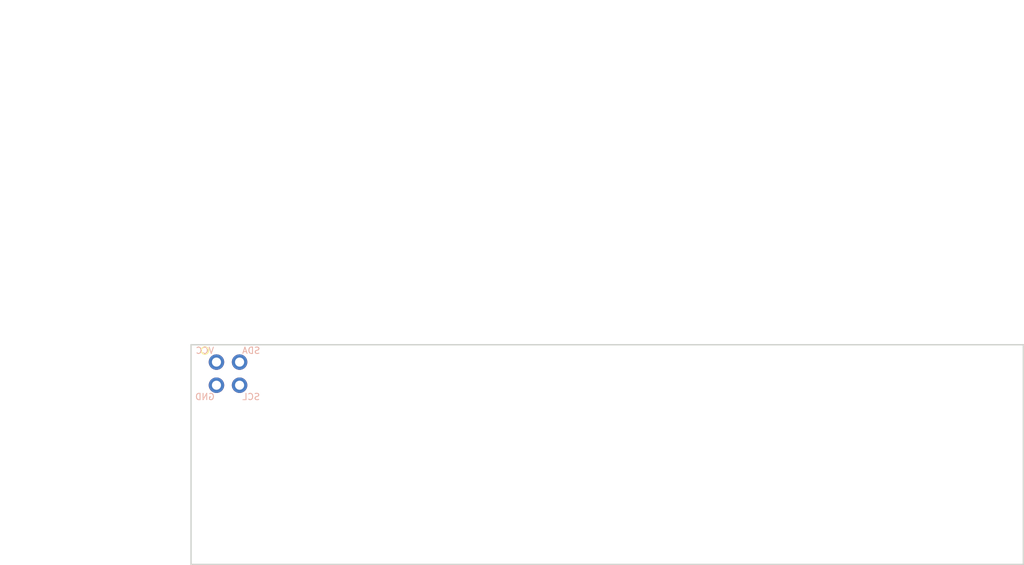
<source format=kicad_pcb>
(kicad_pcb (version 20171130) (host pcbnew "(5.0.0)")

  (general
    (thickness 1.6)
    (drawings 4)
    (tracks 0)
    (zones 0)
    (modules 1)
    (nets 1)
  )

  (page A4)
  (layers
    (0 F.Cu signal)
    (31 B.Cu signal)
    (32 B.Adhes user)
    (33 F.Adhes user)
    (34 B.Paste user)
    (35 F.Paste user)
    (36 B.SilkS user)
    (37 F.SilkS user)
    (38 B.Mask user)
    (39 F.Mask user)
    (40 Dwgs.User user)
    (41 Cmts.User user)
    (42 Eco1.User user)
    (43 Eco2.User user)
    (44 Edge.Cuts user)
    (45 Margin user)
    (46 B.CrtYd user)
    (47 F.CrtYd user)
    (48 B.Fab user)
    (49 F.Fab user)
  )

  (setup
    (last_trace_width 0.25)
    (trace_clearance 0.2)
    (zone_clearance 0.508)
    (zone_45_only no)
    (trace_min 0.2)
    (segment_width 0.2)
    (edge_width 0.15)
    (via_size 0.8)
    (via_drill 0.4)
    (via_min_size 0.4)
    (via_min_drill 0.3)
    (uvia_size 0.3)
    (uvia_drill 0.1)
    (uvias_allowed no)
    (uvia_min_size 0.2)
    (uvia_min_drill 0.1)
    (pcb_text_width 0.3)
    (pcb_text_size 1.5 1.5)
    (mod_edge_width 0.15)
    (mod_text_size 1 1)
    (mod_text_width 0.15)
    (pad_size 1.524 1.524)
    (pad_drill 0.762)
    (pad_to_mask_clearance 0.2)
    (aux_axis_origin 0 0)
    (visible_elements FFFFFF7F)
    (pcbplotparams
      (layerselection 0x010fc_ffffffff)
      (usegerberextensions false)
      (usegerberattributes false)
      (usegerberadvancedattributes false)
      (creategerberjobfile false)
      (excludeedgelayer true)
      (linewidth 0.100000)
      (plotframeref false)
      (viasonmask false)
      (mode 1)
      (useauxorigin false)
      (hpglpennumber 1)
      (hpglpenspeed 20)
      (hpglpendiameter 15.000000)
      (psnegative false)
      (psa4output false)
      (plotreference true)
      (plotvalue true)
      (plotinvisibletext false)
      (padsonsilk false)
      (subtractmaskfromsilk false)
      (outputformat 1)
      (mirror false)
      (drillshape 1)
      (scaleselection 1)
      (outputdirectory ""))
  )

  (net 0 "")

  (net_class Default "This is the default net class."
    (clearance 0.2)
    (trace_width 0.25)
    (via_dia 0.8)
    (via_drill 0.4)
    (uvia_dia 0.3)
    (uvia_drill 0.1)
  )

  (module sao:Badgelife-Shitty-2x2 (layer F.Cu) (tedit 5AAC5583) (tstamp 5C500F89)
    (at 79.121 95.377)
    (descr "Through hole angled pin header, 2x02, 2.54mm pitch, 6mm pin length, double rows")
    (tags "Through hole angled pin header THT 2x02 2.54mm double row")
    (fp_text reference J2 (at 0 0) (layer F.Fab)
      (effects (font (size 1 1) (thickness 0.15)))
    )
    (fp_text value "#badgelife" (at 0 4.2) (layer F.Fab)
      (effects (font (size 1 1) (thickness 0.15)))
    )
    (fp_text user SDA (at 2.54 -2.54) (layer B.SilkS)
      (effects (font (size 0.7 0.7) (thickness 0.1)) (justify mirror))
    )
    (fp_line (start -25 9) (end 25 9) (layer F.Fab) (width 0.1))
    (fp_circle (center -2.54 -2.54) (end -2.14 -2.54) (layer F.SilkS) (width 0.15))
    (fp_line (start -25 -41) (end -25 9) (layer F.Fab) (width 0.1))
    (fp_line (start 25 -41) (end 25 9) (layer F.Fab) (width 0.1))
    (fp_line (start -25 -41) (end 25 -41) (layer F.Fab) (width 0.1))
    (fp_text user SCL (at 2.54 2.54) (layer B.SilkS)
      (effects (font (size 0.7 0.7) (thickness 0.1)) (justify mirror))
    )
    (fp_text user GND (at -2.54 2.54) (layer B.SilkS)
      (effects (font (size 0.7 0.7) (thickness 0.1)) (justify mirror))
    )
    (fp_text user VCC (at -2.54 -2.54) (layer B.SilkS)
      (effects (font (size 0.7 0.7) (thickness 0.1)) (justify mirror))
    )
    (pad 4 thru_hole circle (at 1.27 -1.27) (size 1.7 1.7) (drill 1) (layers *.Cu *.Mask))
    (pad 3 thru_hole oval (at 1.27 1.27) (size 1.7 1.7) (drill 1) (layers *.Cu *.Mask))
    (pad 1 thru_hole oval (at -1.27 -1.27) (size 1.7 1.7) (drill 1) (layers *.Cu *.Mask))
    (pad 2 thru_hole oval (at -1.27 1.27) (size 1.7 1.7) (drill 1) (layers *.Cu *.Mask))
    (model ${KISYS3DMOD}/Pin_Headers.3dshapes/Pin_Header_Angled_2x02_Pitch2.54mm.wrl
      (at (xyz 0 0 0))
      (scale (xyz 1 1 1))
      (rotate (xyz 0 0 0))
    )
  )

  (gr_line (start 75.057 116.332) (end 75.057 92.202) (layer Edge.Cuts) (width 0.15))
  (gr_line (start 166.497 116.332) (end 75.057 116.332) (layer Edge.Cuts) (width 0.15))
  (gr_line (start 166.497 92.202) (end 166.497 116.332) (layer Edge.Cuts) (width 0.15))
  (gr_line (start 75.057 92.202) (end 166.497 92.202) (layer Edge.Cuts) (width 0.15))

)

</source>
